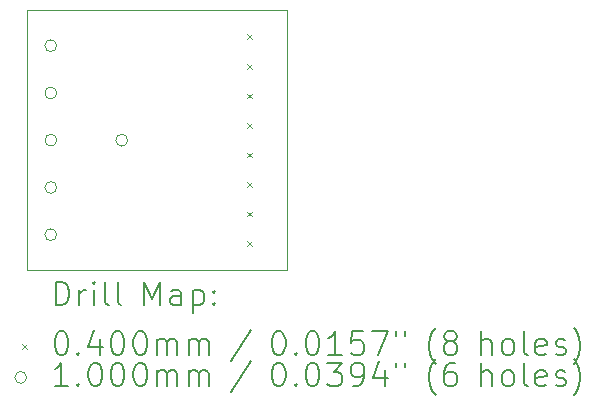
<source format=gbr>
%TF.GenerationSoftware,KiCad,Pcbnew,(7.0.0)*%
%TF.CreationDate,2023-03-10T18:26:55+01:00*%
%TF.ProjectId,CapacitorBox1206,43617061-6369-4746-9f72-426f78313230,rev?*%
%TF.SameCoordinates,Original*%
%TF.FileFunction,Drillmap*%
%TF.FilePolarity,Positive*%
%FSLAX45Y45*%
G04 Gerber Fmt 4.5, Leading zero omitted, Abs format (unit mm)*
G04 Created by KiCad (PCBNEW (7.0.0)) date 2023-03-10 18:26:55*
%MOMM*%
%LPD*%
G01*
G04 APERTURE LIST*
%ADD10C,0.100000*%
%ADD11C,0.200000*%
%ADD12C,0.040000*%
G04 APERTURE END LIST*
D10*
X10100000Y-10000000D02*
X12300000Y-10000000D01*
X12300000Y-10000000D02*
X12300000Y-12200000D01*
X12300000Y-12200000D02*
X10100000Y-12200000D01*
X10100000Y-10000000D02*
X10100000Y-12200000D01*
D11*
D12*
X11963750Y-10205000D02*
X12003750Y-10245000D01*
X12003750Y-10205000D02*
X11963750Y-10245000D01*
X11963750Y-10455000D02*
X12003750Y-10495000D01*
X12003750Y-10455000D02*
X11963750Y-10495000D01*
X11963750Y-10705000D02*
X12003750Y-10745000D01*
X12003750Y-10705000D02*
X11963750Y-10745000D01*
X11963750Y-10955000D02*
X12003750Y-10995000D01*
X12003750Y-10955000D02*
X11963750Y-10995000D01*
X11963750Y-11205000D02*
X12003750Y-11245000D01*
X12003750Y-11205000D02*
X11963750Y-11245000D01*
X11963750Y-11455000D02*
X12003750Y-11495000D01*
X12003750Y-11455000D02*
X11963750Y-11495000D01*
X11963750Y-11705000D02*
X12003750Y-11745000D01*
X12003750Y-11705000D02*
X11963750Y-11745000D01*
X11963750Y-11955000D02*
X12003750Y-11995000D01*
X12003750Y-11955000D02*
X11963750Y-11995000D01*
D10*
X10350000Y-10300000D02*
G75*
G03*
X10350000Y-10300000I-50000J0D01*
G01*
X10350000Y-10700000D02*
G75*
G03*
X10350000Y-10700000I-50000J0D01*
G01*
X10350000Y-11100000D02*
G75*
G03*
X10350000Y-11100000I-50000J0D01*
G01*
X10350000Y-11500000D02*
G75*
G03*
X10350000Y-11500000I-50000J0D01*
G01*
X10350000Y-11900000D02*
G75*
G03*
X10350000Y-11900000I-50000J0D01*
G01*
X10950000Y-11100000D02*
G75*
G03*
X10950000Y-11100000I-50000J0D01*
G01*
D11*
X10342619Y-12498476D02*
X10342619Y-12298476D01*
X10342619Y-12298476D02*
X10390238Y-12298476D01*
X10390238Y-12298476D02*
X10418810Y-12308000D01*
X10418810Y-12308000D02*
X10437857Y-12327048D01*
X10437857Y-12327048D02*
X10447381Y-12346095D01*
X10447381Y-12346095D02*
X10456905Y-12384190D01*
X10456905Y-12384190D02*
X10456905Y-12412762D01*
X10456905Y-12412762D02*
X10447381Y-12450857D01*
X10447381Y-12450857D02*
X10437857Y-12469905D01*
X10437857Y-12469905D02*
X10418810Y-12488952D01*
X10418810Y-12488952D02*
X10390238Y-12498476D01*
X10390238Y-12498476D02*
X10342619Y-12498476D01*
X10542619Y-12498476D02*
X10542619Y-12365143D01*
X10542619Y-12403238D02*
X10552143Y-12384190D01*
X10552143Y-12384190D02*
X10561667Y-12374667D01*
X10561667Y-12374667D02*
X10580714Y-12365143D01*
X10580714Y-12365143D02*
X10599762Y-12365143D01*
X10666429Y-12498476D02*
X10666429Y-12365143D01*
X10666429Y-12298476D02*
X10656905Y-12308000D01*
X10656905Y-12308000D02*
X10666429Y-12317524D01*
X10666429Y-12317524D02*
X10675952Y-12308000D01*
X10675952Y-12308000D02*
X10666429Y-12298476D01*
X10666429Y-12298476D02*
X10666429Y-12317524D01*
X10790238Y-12498476D02*
X10771190Y-12488952D01*
X10771190Y-12488952D02*
X10761667Y-12469905D01*
X10761667Y-12469905D02*
X10761667Y-12298476D01*
X10895000Y-12498476D02*
X10875952Y-12488952D01*
X10875952Y-12488952D02*
X10866429Y-12469905D01*
X10866429Y-12469905D02*
X10866429Y-12298476D01*
X11091190Y-12498476D02*
X11091190Y-12298476D01*
X11091190Y-12298476D02*
X11157857Y-12441333D01*
X11157857Y-12441333D02*
X11224524Y-12298476D01*
X11224524Y-12298476D02*
X11224524Y-12498476D01*
X11405476Y-12498476D02*
X11405476Y-12393714D01*
X11405476Y-12393714D02*
X11395952Y-12374667D01*
X11395952Y-12374667D02*
X11376905Y-12365143D01*
X11376905Y-12365143D02*
X11338809Y-12365143D01*
X11338809Y-12365143D02*
X11319762Y-12374667D01*
X11405476Y-12488952D02*
X11386428Y-12498476D01*
X11386428Y-12498476D02*
X11338809Y-12498476D01*
X11338809Y-12498476D02*
X11319762Y-12488952D01*
X11319762Y-12488952D02*
X11310238Y-12469905D01*
X11310238Y-12469905D02*
X11310238Y-12450857D01*
X11310238Y-12450857D02*
X11319762Y-12431809D01*
X11319762Y-12431809D02*
X11338809Y-12422286D01*
X11338809Y-12422286D02*
X11386428Y-12422286D01*
X11386428Y-12422286D02*
X11405476Y-12412762D01*
X11500714Y-12365143D02*
X11500714Y-12565143D01*
X11500714Y-12374667D02*
X11519762Y-12365143D01*
X11519762Y-12365143D02*
X11557857Y-12365143D01*
X11557857Y-12365143D02*
X11576905Y-12374667D01*
X11576905Y-12374667D02*
X11586428Y-12384190D01*
X11586428Y-12384190D02*
X11595952Y-12403238D01*
X11595952Y-12403238D02*
X11595952Y-12460381D01*
X11595952Y-12460381D02*
X11586428Y-12479428D01*
X11586428Y-12479428D02*
X11576905Y-12488952D01*
X11576905Y-12488952D02*
X11557857Y-12498476D01*
X11557857Y-12498476D02*
X11519762Y-12498476D01*
X11519762Y-12498476D02*
X11500714Y-12488952D01*
X11681667Y-12479428D02*
X11691190Y-12488952D01*
X11691190Y-12488952D02*
X11681667Y-12498476D01*
X11681667Y-12498476D02*
X11672143Y-12488952D01*
X11672143Y-12488952D02*
X11681667Y-12479428D01*
X11681667Y-12479428D02*
X11681667Y-12498476D01*
X11681667Y-12374667D02*
X11691190Y-12384190D01*
X11691190Y-12384190D02*
X11681667Y-12393714D01*
X11681667Y-12393714D02*
X11672143Y-12384190D01*
X11672143Y-12384190D02*
X11681667Y-12374667D01*
X11681667Y-12374667D02*
X11681667Y-12393714D01*
D12*
X10055000Y-12825000D02*
X10095000Y-12865000D01*
X10095000Y-12825000D02*
X10055000Y-12865000D01*
D11*
X10380714Y-12718476D02*
X10399762Y-12718476D01*
X10399762Y-12718476D02*
X10418810Y-12728000D01*
X10418810Y-12728000D02*
X10428333Y-12737524D01*
X10428333Y-12737524D02*
X10437857Y-12756571D01*
X10437857Y-12756571D02*
X10447381Y-12794667D01*
X10447381Y-12794667D02*
X10447381Y-12842286D01*
X10447381Y-12842286D02*
X10437857Y-12880381D01*
X10437857Y-12880381D02*
X10428333Y-12899428D01*
X10428333Y-12899428D02*
X10418810Y-12908952D01*
X10418810Y-12908952D02*
X10399762Y-12918476D01*
X10399762Y-12918476D02*
X10380714Y-12918476D01*
X10380714Y-12918476D02*
X10361667Y-12908952D01*
X10361667Y-12908952D02*
X10352143Y-12899428D01*
X10352143Y-12899428D02*
X10342619Y-12880381D01*
X10342619Y-12880381D02*
X10333095Y-12842286D01*
X10333095Y-12842286D02*
X10333095Y-12794667D01*
X10333095Y-12794667D02*
X10342619Y-12756571D01*
X10342619Y-12756571D02*
X10352143Y-12737524D01*
X10352143Y-12737524D02*
X10361667Y-12728000D01*
X10361667Y-12728000D02*
X10380714Y-12718476D01*
X10533095Y-12899428D02*
X10542619Y-12908952D01*
X10542619Y-12908952D02*
X10533095Y-12918476D01*
X10533095Y-12918476D02*
X10523571Y-12908952D01*
X10523571Y-12908952D02*
X10533095Y-12899428D01*
X10533095Y-12899428D02*
X10533095Y-12918476D01*
X10714048Y-12785143D02*
X10714048Y-12918476D01*
X10666429Y-12708952D02*
X10618810Y-12851809D01*
X10618810Y-12851809D02*
X10742619Y-12851809D01*
X10856905Y-12718476D02*
X10875952Y-12718476D01*
X10875952Y-12718476D02*
X10895000Y-12728000D01*
X10895000Y-12728000D02*
X10904524Y-12737524D01*
X10904524Y-12737524D02*
X10914048Y-12756571D01*
X10914048Y-12756571D02*
X10923571Y-12794667D01*
X10923571Y-12794667D02*
X10923571Y-12842286D01*
X10923571Y-12842286D02*
X10914048Y-12880381D01*
X10914048Y-12880381D02*
X10904524Y-12899428D01*
X10904524Y-12899428D02*
X10895000Y-12908952D01*
X10895000Y-12908952D02*
X10875952Y-12918476D01*
X10875952Y-12918476D02*
X10856905Y-12918476D01*
X10856905Y-12918476D02*
X10837857Y-12908952D01*
X10837857Y-12908952D02*
X10828333Y-12899428D01*
X10828333Y-12899428D02*
X10818810Y-12880381D01*
X10818810Y-12880381D02*
X10809286Y-12842286D01*
X10809286Y-12842286D02*
X10809286Y-12794667D01*
X10809286Y-12794667D02*
X10818810Y-12756571D01*
X10818810Y-12756571D02*
X10828333Y-12737524D01*
X10828333Y-12737524D02*
X10837857Y-12728000D01*
X10837857Y-12728000D02*
X10856905Y-12718476D01*
X11047381Y-12718476D02*
X11066429Y-12718476D01*
X11066429Y-12718476D02*
X11085476Y-12728000D01*
X11085476Y-12728000D02*
X11095000Y-12737524D01*
X11095000Y-12737524D02*
X11104524Y-12756571D01*
X11104524Y-12756571D02*
X11114048Y-12794667D01*
X11114048Y-12794667D02*
X11114048Y-12842286D01*
X11114048Y-12842286D02*
X11104524Y-12880381D01*
X11104524Y-12880381D02*
X11095000Y-12899428D01*
X11095000Y-12899428D02*
X11085476Y-12908952D01*
X11085476Y-12908952D02*
X11066429Y-12918476D01*
X11066429Y-12918476D02*
X11047381Y-12918476D01*
X11047381Y-12918476D02*
X11028333Y-12908952D01*
X11028333Y-12908952D02*
X11018810Y-12899428D01*
X11018810Y-12899428D02*
X11009286Y-12880381D01*
X11009286Y-12880381D02*
X10999762Y-12842286D01*
X10999762Y-12842286D02*
X10999762Y-12794667D01*
X10999762Y-12794667D02*
X11009286Y-12756571D01*
X11009286Y-12756571D02*
X11018810Y-12737524D01*
X11018810Y-12737524D02*
X11028333Y-12728000D01*
X11028333Y-12728000D02*
X11047381Y-12718476D01*
X11199762Y-12918476D02*
X11199762Y-12785143D01*
X11199762Y-12804190D02*
X11209286Y-12794667D01*
X11209286Y-12794667D02*
X11228333Y-12785143D01*
X11228333Y-12785143D02*
X11256905Y-12785143D01*
X11256905Y-12785143D02*
X11275952Y-12794667D01*
X11275952Y-12794667D02*
X11285476Y-12813714D01*
X11285476Y-12813714D02*
X11285476Y-12918476D01*
X11285476Y-12813714D02*
X11295000Y-12794667D01*
X11295000Y-12794667D02*
X11314048Y-12785143D01*
X11314048Y-12785143D02*
X11342619Y-12785143D01*
X11342619Y-12785143D02*
X11361667Y-12794667D01*
X11361667Y-12794667D02*
X11371190Y-12813714D01*
X11371190Y-12813714D02*
X11371190Y-12918476D01*
X11466429Y-12918476D02*
X11466429Y-12785143D01*
X11466429Y-12804190D02*
X11475952Y-12794667D01*
X11475952Y-12794667D02*
X11495000Y-12785143D01*
X11495000Y-12785143D02*
X11523571Y-12785143D01*
X11523571Y-12785143D02*
X11542619Y-12794667D01*
X11542619Y-12794667D02*
X11552143Y-12813714D01*
X11552143Y-12813714D02*
X11552143Y-12918476D01*
X11552143Y-12813714D02*
X11561667Y-12794667D01*
X11561667Y-12794667D02*
X11580714Y-12785143D01*
X11580714Y-12785143D02*
X11609286Y-12785143D01*
X11609286Y-12785143D02*
X11628333Y-12794667D01*
X11628333Y-12794667D02*
X11637857Y-12813714D01*
X11637857Y-12813714D02*
X11637857Y-12918476D01*
X11995952Y-12708952D02*
X11824524Y-12966095D01*
X12220714Y-12718476D02*
X12239762Y-12718476D01*
X12239762Y-12718476D02*
X12258810Y-12728000D01*
X12258810Y-12728000D02*
X12268333Y-12737524D01*
X12268333Y-12737524D02*
X12277857Y-12756571D01*
X12277857Y-12756571D02*
X12287381Y-12794667D01*
X12287381Y-12794667D02*
X12287381Y-12842286D01*
X12287381Y-12842286D02*
X12277857Y-12880381D01*
X12277857Y-12880381D02*
X12268333Y-12899428D01*
X12268333Y-12899428D02*
X12258810Y-12908952D01*
X12258810Y-12908952D02*
X12239762Y-12918476D01*
X12239762Y-12918476D02*
X12220714Y-12918476D01*
X12220714Y-12918476D02*
X12201667Y-12908952D01*
X12201667Y-12908952D02*
X12192143Y-12899428D01*
X12192143Y-12899428D02*
X12182619Y-12880381D01*
X12182619Y-12880381D02*
X12173095Y-12842286D01*
X12173095Y-12842286D02*
X12173095Y-12794667D01*
X12173095Y-12794667D02*
X12182619Y-12756571D01*
X12182619Y-12756571D02*
X12192143Y-12737524D01*
X12192143Y-12737524D02*
X12201667Y-12728000D01*
X12201667Y-12728000D02*
X12220714Y-12718476D01*
X12373095Y-12899428D02*
X12382619Y-12908952D01*
X12382619Y-12908952D02*
X12373095Y-12918476D01*
X12373095Y-12918476D02*
X12363571Y-12908952D01*
X12363571Y-12908952D02*
X12373095Y-12899428D01*
X12373095Y-12899428D02*
X12373095Y-12918476D01*
X12506429Y-12718476D02*
X12525476Y-12718476D01*
X12525476Y-12718476D02*
X12544524Y-12728000D01*
X12544524Y-12728000D02*
X12554048Y-12737524D01*
X12554048Y-12737524D02*
X12563571Y-12756571D01*
X12563571Y-12756571D02*
X12573095Y-12794667D01*
X12573095Y-12794667D02*
X12573095Y-12842286D01*
X12573095Y-12842286D02*
X12563571Y-12880381D01*
X12563571Y-12880381D02*
X12554048Y-12899428D01*
X12554048Y-12899428D02*
X12544524Y-12908952D01*
X12544524Y-12908952D02*
X12525476Y-12918476D01*
X12525476Y-12918476D02*
X12506429Y-12918476D01*
X12506429Y-12918476D02*
X12487381Y-12908952D01*
X12487381Y-12908952D02*
X12477857Y-12899428D01*
X12477857Y-12899428D02*
X12468333Y-12880381D01*
X12468333Y-12880381D02*
X12458810Y-12842286D01*
X12458810Y-12842286D02*
X12458810Y-12794667D01*
X12458810Y-12794667D02*
X12468333Y-12756571D01*
X12468333Y-12756571D02*
X12477857Y-12737524D01*
X12477857Y-12737524D02*
X12487381Y-12728000D01*
X12487381Y-12728000D02*
X12506429Y-12718476D01*
X12763571Y-12918476D02*
X12649286Y-12918476D01*
X12706429Y-12918476D02*
X12706429Y-12718476D01*
X12706429Y-12718476D02*
X12687381Y-12747048D01*
X12687381Y-12747048D02*
X12668333Y-12766095D01*
X12668333Y-12766095D02*
X12649286Y-12775619D01*
X12944524Y-12718476D02*
X12849286Y-12718476D01*
X12849286Y-12718476D02*
X12839762Y-12813714D01*
X12839762Y-12813714D02*
X12849286Y-12804190D01*
X12849286Y-12804190D02*
X12868333Y-12794667D01*
X12868333Y-12794667D02*
X12915952Y-12794667D01*
X12915952Y-12794667D02*
X12935000Y-12804190D01*
X12935000Y-12804190D02*
X12944524Y-12813714D01*
X12944524Y-12813714D02*
X12954048Y-12832762D01*
X12954048Y-12832762D02*
X12954048Y-12880381D01*
X12954048Y-12880381D02*
X12944524Y-12899428D01*
X12944524Y-12899428D02*
X12935000Y-12908952D01*
X12935000Y-12908952D02*
X12915952Y-12918476D01*
X12915952Y-12918476D02*
X12868333Y-12918476D01*
X12868333Y-12918476D02*
X12849286Y-12908952D01*
X12849286Y-12908952D02*
X12839762Y-12899428D01*
X13020714Y-12718476D02*
X13154048Y-12718476D01*
X13154048Y-12718476D02*
X13068333Y-12918476D01*
X13220714Y-12718476D02*
X13220714Y-12756571D01*
X13296905Y-12718476D02*
X13296905Y-12756571D01*
X13559762Y-12994667D02*
X13550238Y-12985143D01*
X13550238Y-12985143D02*
X13531191Y-12956571D01*
X13531191Y-12956571D02*
X13521667Y-12937524D01*
X13521667Y-12937524D02*
X13512143Y-12908952D01*
X13512143Y-12908952D02*
X13502619Y-12861333D01*
X13502619Y-12861333D02*
X13502619Y-12823238D01*
X13502619Y-12823238D02*
X13512143Y-12775619D01*
X13512143Y-12775619D02*
X13521667Y-12747048D01*
X13521667Y-12747048D02*
X13531191Y-12728000D01*
X13531191Y-12728000D02*
X13550238Y-12699428D01*
X13550238Y-12699428D02*
X13559762Y-12689905D01*
X13664524Y-12804190D02*
X13645476Y-12794667D01*
X13645476Y-12794667D02*
X13635952Y-12785143D01*
X13635952Y-12785143D02*
X13626429Y-12766095D01*
X13626429Y-12766095D02*
X13626429Y-12756571D01*
X13626429Y-12756571D02*
X13635952Y-12737524D01*
X13635952Y-12737524D02*
X13645476Y-12728000D01*
X13645476Y-12728000D02*
X13664524Y-12718476D01*
X13664524Y-12718476D02*
X13702619Y-12718476D01*
X13702619Y-12718476D02*
X13721667Y-12728000D01*
X13721667Y-12728000D02*
X13731191Y-12737524D01*
X13731191Y-12737524D02*
X13740714Y-12756571D01*
X13740714Y-12756571D02*
X13740714Y-12766095D01*
X13740714Y-12766095D02*
X13731191Y-12785143D01*
X13731191Y-12785143D02*
X13721667Y-12794667D01*
X13721667Y-12794667D02*
X13702619Y-12804190D01*
X13702619Y-12804190D02*
X13664524Y-12804190D01*
X13664524Y-12804190D02*
X13645476Y-12813714D01*
X13645476Y-12813714D02*
X13635952Y-12823238D01*
X13635952Y-12823238D02*
X13626429Y-12842286D01*
X13626429Y-12842286D02*
X13626429Y-12880381D01*
X13626429Y-12880381D02*
X13635952Y-12899428D01*
X13635952Y-12899428D02*
X13645476Y-12908952D01*
X13645476Y-12908952D02*
X13664524Y-12918476D01*
X13664524Y-12918476D02*
X13702619Y-12918476D01*
X13702619Y-12918476D02*
X13721667Y-12908952D01*
X13721667Y-12908952D02*
X13731191Y-12899428D01*
X13731191Y-12899428D02*
X13740714Y-12880381D01*
X13740714Y-12880381D02*
X13740714Y-12842286D01*
X13740714Y-12842286D02*
X13731191Y-12823238D01*
X13731191Y-12823238D02*
X13721667Y-12813714D01*
X13721667Y-12813714D02*
X13702619Y-12804190D01*
X13946429Y-12918476D02*
X13946429Y-12718476D01*
X14032143Y-12918476D02*
X14032143Y-12813714D01*
X14032143Y-12813714D02*
X14022619Y-12794667D01*
X14022619Y-12794667D02*
X14003572Y-12785143D01*
X14003572Y-12785143D02*
X13975000Y-12785143D01*
X13975000Y-12785143D02*
X13955952Y-12794667D01*
X13955952Y-12794667D02*
X13946429Y-12804190D01*
X14155952Y-12918476D02*
X14136905Y-12908952D01*
X14136905Y-12908952D02*
X14127381Y-12899428D01*
X14127381Y-12899428D02*
X14117857Y-12880381D01*
X14117857Y-12880381D02*
X14117857Y-12823238D01*
X14117857Y-12823238D02*
X14127381Y-12804190D01*
X14127381Y-12804190D02*
X14136905Y-12794667D01*
X14136905Y-12794667D02*
X14155952Y-12785143D01*
X14155952Y-12785143D02*
X14184524Y-12785143D01*
X14184524Y-12785143D02*
X14203572Y-12794667D01*
X14203572Y-12794667D02*
X14213095Y-12804190D01*
X14213095Y-12804190D02*
X14222619Y-12823238D01*
X14222619Y-12823238D02*
X14222619Y-12880381D01*
X14222619Y-12880381D02*
X14213095Y-12899428D01*
X14213095Y-12899428D02*
X14203572Y-12908952D01*
X14203572Y-12908952D02*
X14184524Y-12918476D01*
X14184524Y-12918476D02*
X14155952Y-12918476D01*
X14336905Y-12918476D02*
X14317857Y-12908952D01*
X14317857Y-12908952D02*
X14308333Y-12889905D01*
X14308333Y-12889905D02*
X14308333Y-12718476D01*
X14489286Y-12908952D02*
X14470238Y-12918476D01*
X14470238Y-12918476D02*
X14432143Y-12918476D01*
X14432143Y-12918476D02*
X14413095Y-12908952D01*
X14413095Y-12908952D02*
X14403572Y-12889905D01*
X14403572Y-12889905D02*
X14403572Y-12813714D01*
X14403572Y-12813714D02*
X14413095Y-12794667D01*
X14413095Y-12794667D02*
X14432143Y-12785143D01*
X14432143Y-12785143D02*
X14470238Y-12785143D01*
X14470238Y-12785143D02*
X14489286Y-12794667D01*
X14489286Y-12794667D02*
X14498810Y-12813714D01*
X14498810Y-12813714D02*
X14498810Y-12832762D01*
X14498810Y-12832762D02*
X14403572Y-12851809D01*
X14575000Y-12908952D02*
X14594048Y-12918476D01*
X14594048Y-12918476D02*
X14632143Y-12918476D01*
X14632143Y-12918476D02*
X14651191Y-12908952D01*
X14651191Y-12908952D02*
X14660714Y-12889905D01*
X14660714Y-12889905D02*
X14660714Y-12880381D01*
X14660714Y-12880381D02*
X14651191Y-12861333D01*
X14651191Y-12861333D02*
X14632143Y-12851809D01*
X14632143Y-12851809D02*
X14603572Y-12851809D01*
X14603572Y-12851809D02*
X14584524Y-12842286D01*
X14584524Y-12842286D02*
X14575000Y-12823238D01*
X14575000Y-12823238D02*
X14575000Y-12813714D01*
X14575000Y-12813714D02*
X14584524Y-12794667D01*
X14584524Y-12794667D02*
X14603572Y-12785143D01*
X14603572Y-12785143D02*
X14632143Y-12785143D01*
X14632143Y-12785143D02*
X14651191Y-12794667D01*
X14727381Y-12994667D02*
X14736905Y-12985143D01*
X14736905Y-12985143D02*
X14755953Y-12956571D01*
X14755953Y-12956571D02*
X14765476Y-12937524D01*
X14765476Y-12937524D02*
X14775000Y-12908952D01*
X14775000Y-12908952D02*
X14784524Y-12861333D01*
X14784524Y-12861333D02*
X14784524Y-12823238D01*
X14784524Y-12823238D02*
X14775000Y-12775619D01*
X14775000Y-12775619D02*
X14765476Y-12747048D01*
X14765476Y-12747048D02*
X14755953Y-12728000D01*
X14755953Y-12728000D02*
X14736905Y-12699428D01*
X14736905Y-12699428D02*
X14727381Y-12689905D01*
D10*
X10095000Y-13109000D02*
G75*
G03*
X10095000Y-13109000I-50000J0D01*
G01*
D11*
X10447381Y-13182476D02*
X10333095Y-13182476D01*
X10390238Y-13182476D02*
X10390238Y-12982476D01*
X10390238Y-12982476D02*
X10371190Y-13011048D01*
X10371190Y-13011048D02*
X10352143Y-13030095D01*
X10352143Y-13030095D02*
X10333095Y-13039619D01*
X10533095Y-13163428D02*
X10542619Y-13172952D01*
X10542619Y-13172952D02*
X10533095Y-13182476D01*
X10533095Y-13182476D02*
X10523571Y-13172952D01*
X10523571Y-13172952D02*
X10533095Y-13163428D01*
X10533095Y-13163428D02*
X10533095Y-13182476D01*
X10666429Y-12982476D02*
X10685476Y-12982476D01*
X10685476Y-12982476D02*
X10704524Y-12992000D01*
X10704524Y-12992000D02*
X10714048Y-13001524D01*
X10714048Y-13001524D02*
X10723571Y-13020571D01*
X10723571Y-13020571D02*
X10733095Y-13058667D01*
X10733095Y-13058667D02*
X10733095Y-13106286D01*
X10733095Y-13106286D02*
X10723571Y-13144381D01*
X10723571Y-13144381D02*
X10714048Y-13163428D01*
X10714048Y-13163428D02*
X10704524Y-13172952D01*
X10704524Y-13172952D02*
X10685476Y-13182476D01*
X10685476Y-13182476D02*
X10666429Y-13182476D01*
X10666429Y-13182476D02*
X10647381Y-13172952D01*
X10647381Y-13172952D02*
X10637857Y-13163428D01*
X10637857Y-13163428D02*
X10628333Y-13144381D01*
X10628333Y-13144381D02*
X10618810Y-13106286D01*
X10618810Y-13106286D02*
X10618810Y-13058667D01*
X10618810Y-13058667D02*
X10628333Y-13020571D01*
X10628333Y-13020571D02*
X10637857Y-13001524D01*
X10637857Y-13001524D02*
X10647381Y-12992000D01*
X10647381Y-12992000D02*
X10666429Y-12982476D01*
X10856905Y-12982476D02*
X10875952Y-12982476D01*
X10875952Y-12982476D02*
X10895000Y-12992000D01*
X10895000Y-12992000D02*
X10904524Y-13001524D01*
X10904524Y-13001524D02*
X10914048Y-13020571D01*
X10914048Y-13020571D02*
X10923571Y-13058667D01*
X10923571Y-13058667D02*
X10923571Y-13106286D01*
X10923571Y-13106286D02*
X10914048Y-13144381D01*
X10914048Y-13144381D02*
X10904524Y-13163428D01*
X10904524Y-13163428D02*
X10895000Y-13172952D01*
X10895000Y-13172952D02*
X10875952Y-13182476D01*
X10875952Y-13182476D02*
X10856905Y-13182476D01*
X10856905Y-13182476D02*
X10837857Y-13172952D01*
X10837857Y-13172952D02*
X10828333Y-13163428D01*
X10828333Y-13163428D02*
X10818810Y-13144381D01*
X10818810Y-13144381D02*
X10809286Y-13106286D01*
X10809286Y-13106286D02*
X10809286Y-13058667D01*
X10809286Y-13058667D02*
X10818810Y-13020571D01*
X10818810Y-13020571D02*
X10828333Y-13001524D01*
X10828333Y-13001524D02*
X10837857Y-12992000D01*
X10837857Y-12992000D02*
X10856905Y-12982476D01*
X11047381Y-12982476D02*
X11066429Y-12982476D01*
X11066429Y-12982476D02*
X11085476Y-12992000D01*
X11085476Y-12992000D02*
X11095000Y-13001524D01*
X11095000Y-13001524D02*
X11104524Y-13020571D01*
X11104524Y-13020571D02*
X11114048Y-13058667D01*
X11114048Y-13058667D02*
X11114048Y-13106286D01*
X11114048Y-13106286D02*
X11104524Y-13144381D01*
X11104524Y-13144381D02*
X11095000Y-13163428D01*
X11095000Y-13163428D02*
X11085476Y-13172952D01*
X11085476Y-13172952D02*
X11066429Y-13182476D01*
X11066429Y-13182476D02*
X11047381Y-13182476D01*
X11047381Y-13182476D02*
X11028333Y-13172952D01*
X11028333Y-13172952D02*
X11018810Y-13163428D01*
X11018810Y-13163428D02*
X11009286Y-13144381D01*
X11009286Y-13144381D02*
X10999762Y-13106286D01*
X10999762Y-13106286D02*
X10999762Y-13058667D01*
X10999762Y-13058667D02*
X11009286Y-13020571D01*
X11009286Y-13020571D02*
X11018810Y-13001524D01*
X11018810Y-13001524D02*
X11028333Y-12992000D01*
X11028333Y-12992000D02*
X11047381Y-12982476D01*
X11199762Y-13182476D02*
X11199762Y-13049143D01*
X11199762Y-13068190D02*
X11209286Y-13058667D01*
X11209286Y-13058667D02*
X11228333Y-13049143D01*
X11228333Y-13049143D02*
X11256905Y-13049143D01*
X11256905Y-13049143D02*
X11275952Y-13058667D01*
X11275952Y-13058667D02*
X11285476Y-13077714D01*
X11285476Y-13077714D02*
X11285476Y-13182476D01*
X11285476Y-13077714D02*
X11295000Y-13058667D01*
X11295000Y-13058667D02*
X11314048Y-13049143D01*
X11314048Y-13049143D02*
X11342619Y-13049143D01*
X11342619Y-13049143D02*
X11361667Y-13058667D01*
X11361667Y-13058667D02*
X11371190Y-13077714D01*
X11371190Y-13077714D02*
X11371190Y-13182476D01*
X11466429Y-13182476D02*
X11466429Y-13049143D01*
X11466429Y-13068190D02*
X11475952Y-13058667D01*
X11475952Y-13058667D02*
X11495000Y-13049143D01*
X11495000Y-13049143D02*
X11523571Y-13049143D01*
X11523571Y-13049143D02*
X11542619Y-13058667D01*
X11542619Y-13058667D02*
X11552143Y-13077714D01*
X11552143Y-13077714D02*
X11552143Y-13182476D01*
X11552143Y-13077714D02*
X11561667Y-13058667D01*
X11561667Y-13058667D02*
X11580714Y-13049143D01*
X11580714Y-13049143D02*
X11609286Y-13049143D01*
X11609286Y-13049143D02*
X11628333Y-13058667D01*
X11628333Y-13058667D02*
X11637857Y-13077714D01*
X11637857Y-13077714D02*
X11637857Y-13182476D01*
X11995952Y-12972952D02*
X11824524Y-13230095D01*
X12220714Y-12982476D02*
X12239762Y-12982476D01*
X12239762Y-12982476D02*
X12258810Y-12992000D01*
X12258810Y-12992000D02*
X12268333Y-13001524D01*
X12268333Y-13001524D02*
X12277857Y-13020571D01*
X12277857Y-13020571D02*
X12287381Y-13058667D01*
X12287381Y-13058667D02*
X12287381Y-13106286D01*
X12287381Y-13106286D02*
X12277857Y-13144381D01*
X12277857Y-13144381D02*
X12268333Y-13163428D01*
X12268333Y-13163428D02*
X12258810Y-13172952D01*
X12258810Y-13172952D02*
X12239762Y-13182476D01*
X12239762Y-13182476D02*
X12220714Y-13182476D01*
X12220714Y-13182476D02*
X12201667Y-13172952D01*
X12201667Y-13172952D02*
X12192143Y-13163428D01*
X12192143Y-13163428D02*
X12182619Y-13144381D01*
X12182619Y-13144381D02*
X12173095Y-13106286D01*
X12173095Y-13106286D02*
X12173095Y-13058667D01*
X12173095Y-13058667D02*
X12182619Y-13020571D01*
X12182619Y-13020571D02*
X12192143Y-13001524D01*
X12192143Y-13001524D02*
X12201667Y-12992000D01*
X12201667Y-12992000D02*
X12220714Y-12982476D01*
X12373095Y-13163428D02*
X12382619Y-13172952D01*
X12382619Y-13172952D02*
X12373095Y-13182476D01*
X12373095Y-13182476D02*
X12363571Y-13172952D01*
X12363571Y-13172952D02*
X12373095Y-13163428D01*
X12373095Y-13163428D02*
X12373095Y-13182476D01*
X12506429Y-12982476D02*
X12525476Y-12982476D01*
X12525476Y-12982476D02*
X12544524Y-12992000D01*
X12544524Y-12992000D02*
X12554048Y-13001524D01*
X12554048Y-13001524D02*
X12563571Y-13020571D01*
X12563571Y-13020571D02*
X12573095Y-13058667D01*
X12573095Y-13058667D02*
X12573095Y-13106286D01*
X12573095Y-13106286D02*
X12563571Y-13144381D01*
X12563571Y-13144381D02*
X12554048Y-13163428D01*
X12554048Y-13163428D02*
X12544524Y-13172952D01*
X12544524Y-13172952D02*
X12525476Y-13182476D01*
X12525476Y-13182476D02*
X12506429Y-13182476D01*
X12506429Y-13182476D02*
X12487381Y-13172952D01*
X12487381Y-13172952D02*
X12477857Y-13163428D01*
X12477857Y-13163428D02*
X12468333Y-13144381D01*
X12468333Y-13144381D02*
X12458810Y-13106286D01*
X12458810Y-13106286D02*
X12458810Y-13058667D01*
X12458810Y-13058667D02*
X12468333Y-13020571D01*
X12468333Y-13020571D02*
X12477857Y-13001524D01*
X12477857Y-13001524D02*
X12487381Y-12992000D01*
X12487381Y-12992000D02*
X12506429Y-12982476D01*
X12639762Y-12982476D02*
X12763571Y-12982476D01*
X12763571Y-12982476D02*
X12696905Y-13058667D01*
X12696905Y-13058667D02*
X12725476Y-13058667D01*
X12725476Y-13058667D02*
X12744524Y-13068190D01*
X12744524Y-13068190D02*
X12754048Y-13077714D01*
X12754048Y-13077714D02*
X12763571Y-13096762D01*
X12763571Y-13096762D02*
X12763571Y-13144381D01*
X12763571Y-13144381D02*
X12754048Y-13163428D01*
X12754048Y-13163428D02*
X12744524Y-13172952D01*
X12744524Y-13172952D02*
X12725476Y-13182476D01*
X12725476Y-13182476D02*
X12668333Y-13182476D01*
X12668333Y-13182476D02*
X12649286Y-13172952D01*
X12649286Y-13172952D02*
X12639762Y-13163428D01*
X12858810Y-13182476D02*
X12896905Y-13182476D01*
X12896905Y-13182476D02*
X12915952Y-13172952D01*
X12915952Y-13172952D02*
X12925476Y-13163428D01*
X12925476Y-13163428D02*
X12944524Y-13134857D01*
X12944524Y-13134857D02*
X12954048Y-13096762D01*
X12954048Y-13096762D02*
X12954048Y-13020571D01*
X12954048Y-13020571D02*
X12944524Y-13001524D01*
X12944524Y-13001524D02*
X12935000Y-12992000D01*
X12935000Y-12992000D02*
X12915952Y-12982476D01*
X12915952Y-12982476D02*
X12877857Y-12982476D01*
X12877857Y-12982476D02*
X12858810Y-12992000D01*
X12858810Y-12992000D02*
X12849286Y-13001524D01*
X12849286Y-13001524D02*
X12839762Y-13020571D01*
X12839762Y-13020571D02*
X12839762Y-13068190D01*
X12839762Y-13068190D02*
X12849286Y-13087238D01*
X12849286Y-13087238D02*
X12858810Y-13096762D01*
X12858810Y-13096762D02*
X12877857Y-13106286D01*
X12877857Y-13106286D02*
X12915952Y-13106286D01*
X12915952Y-13106286D02*
X12935000Y-13096762D01*
X12935000Y-13096762D02*
X12944524Y-13087238D01*
X12944524Y-13087238D02*
X12954048Y-13068190D01*
X13125476Y-13049143D02*
X13125476Y-13182476D01*
X13077857Y-12972952D02*
X13030238Y-13115809D01*
X13030238Y-13115809D02*
X13154048Y-13115809D01*
X13220714Y-12982476D02*
X13220714Y-13020571D01*
X13296905Y-12982476D02*
X13296905Y-13020571D01*
X13559762Y-13258667D02*
X13550238Y-13249143D01*
X13550238Y-13249143D02*
X13531191Y-13220571D01*
X13531191Y-13220571D02*
X13521667Y-13201524D01*
X13521667Y-13201524D02*
X13512143Y-13172952D01*
X13512143Y-13172952D02*
X13502619Y-13125333D01*
X13502619Y-13125333D02*
X13502619Y-13087238D01*
X13502619Y-13087238D02*
X13512143Y-13039619D01*
X13512143Y-13039619D02*
X13521667Y-13011048D01*
X13521667Y-13011048D02*
X13531191Y-12992000D01*
X13531191Y-12992000D02*
X13550238Y-12963428D01*
X13550238Y-12963428D02*
X13559762Y-12953905D01*
X13721667Y-12982476D02*
X13683571Y-12982476D01*
X13683571Y-12982476D02*
X13664524Y-12992000D01*
X13664524Y-12992000D02*
X13655000Y-13001524D01*
X13655000Y-13001524D02*
X13635952Y-13030095D01*
X13635952Y-13030095D02*
X13626429Y-13068190D01*
X13626429Y-13068190D02*
X13626429Y-13144381D01*
X13626429Y-13144381D02*
X13635952Y-13163428D01*
X13635952Y-13163428D02*
X13645476Y-13172952D01*
X13645476Y-13172952D02*
X13664524Y-13182476D01*
X13664524Y-13182476D02*
X13702619Y-13182476D01*
X13702619Y-13182476D02*
X13721667Y-13172952D01*
X13721667Y-13172952D02*
X13731191Y-13163428D01*
X13731191Y-13163428D02*
X13740714Y-13144381D01*
X13740714Y-13144381D02*
X13740714Y-13096762D01*
X13740714Y-13096762D02*
X13731191Y-13077714D01*
X13731191Y-13077714D02*
X13721667Y-13068190D01*
X13721667Y-13068190D02*
X13702619Y-13058667D01*
X13702619Y-13058667D02*
X13664524Y-13058667D01*
X13664524Y-13058667D02*
X13645476Y-13068190D01*
X13645476Y-13068190D02*
X13635952Y-13077714D01*
X13635952Y-13077714D02*
X13626429Y-13096762D01*
X13946429Y-13182476D02*
X13946429Y-12982476D01*
X14032143Y-13182476D02*
X14032143Y-13077714D01*
X14032143Y-13077714D02*
X14022619Y-13058667D01*
X14022619Y-13058667D02*
X14003572Y-13049143D01*
X14003572Y-13049143D02*
X13975000Y-13049143D01*
X13975000Y-13049143D02*
X13955952Y-13058667D01*
X13955952Y-13058667D02*
X13946429Y-13068190D01*
X14155952Y-13182476D02*
X14136905Y-13172952D01*
X14136905Y-13172952D02*
X14127381Y-13163428D01*
X14127381Y-13163428D02*
X14117857Y-13144381D01*
X14117857Y-13144381D02*
X14117857Y-13087238D01*
X14117857Y-13087238D02*
X14127381Y-13068190D01*
X14127381Y-13068190D02*
X14136905Y-13058667D01*
X14136905Y-13058667D02*
X14155952Y-13049143D01*
X14155952Y-13049143D02*
X14184524Y-13049143D01*
X14184524Y-13049143D02*
X14203572Y-13058667D01*
X14203572Y-13058667D02*
X14213095Y-13068190D01*
X14213095Y-13068190D02*
X14222619Y-13087238D01*
X14222619Y-13087238D02*
X14222619Y-13144381D01*
X14222619Y-13144381D02*
X14213095Y-13163428D01*
X14213095Y-13163428D02*
X14203572Y-13172952D01*
X14203572Y-13172952D02*
X14184524Y-13182476D01*
X14184524Y-13182476D02*
X14155952Y-13182476D01*
X14336905Y-13182476D02*
X14317857Y-13172952D01*
X14317857Y-13172952D02*
X14308333Y-13153905D01*
X14308333Y-13153905D02*
X14308333Y-12982476D01*
X14489286Y-13172952D02*
X14470238Y-13182476D01*
X14470238Y-13182476D02*
X14432143Y-13182476D01*
X14432143Y-13182476D02*
X14413095Y-13172952D01*
X14413095Y-13172952D02*
X14403572Y-13153905D01*
X14403572Y-13153905D02*
X14403572Y-13077714D01*
X14403572Y-13077714D02*
X14413095Y-13058667D01*
X14413095Y-13058667D02*
X14432143Y-13049143D01*
X14432143Y-13049143D02*
X14470238Y-13049143D01*
X14470238Y-13049143D02*
X14489286Y-13058667D01*
X14489286Y-13058667D02*
X14498810Y-13077714D01*
X14498810Y-13077714D02*
X14498810Y-13096762D01*
X14498810Y-13096762D02*
X14403572Y-13115809D01*
X14575000Y-13172952D02*
X14594048Y-13182476D01*
X14594048Y-13182476D02*
X14632143Y-13182476D01*
X14632143Y-13182476D02*
X14651191Y-13172952D01*
X14651191Y-13172952D02*
X14660714Y-13153905D01*
X14660714Y-13153905D02*
X14660714Y-13144381D01*
X14660714Y-13144381D02*
X14651191Y-13125333D01*
X14651191Y-13125333D02*
X14632143Y-13115809D01*
X14632143Y-13115809D02*
X14603572Y-13115809D01*
X14603572Y-13115809D02*
X14584524Y-13106286D01*
X14584524Y-13106286D02*
X14575000Y-13087238D01*
X14575000Y-13087238D02*
X14575000Y-13077714D01*
X14575000Y-13077714D02*
X14584524Y-13058667D01*
X14584524Y-13058667D02*
X14603572Y-13049143D01*
X14603572Y-13049143D02*
X14632143Y-13049143D01*
X14632143Y-13049143D02*
X14651191Y-13058667D01*
X14727381Y-13258667D02*
X14736905Y-13249143D01*
X14736905Y-13249143D02*
X14755953Y-13220571D01*
X14755953Y-13220571D02*
X14765476Y-13201524D01*
X14765476Y-13201524D02*
X14775000Y-13172952D01*
X14775000Y-13172952D02*
X14784524Y-13125333D01*
X14784524Y-13125333D02*
X14784524Y-13087238D01*
X14784524Y-13087238D02*
X14775000Y-13039619D01*
X14775000Y-13039619D02*
X14765476Y-13011048D01*
X14765476Y-13011048D02*
X14755953Y-12992000D01*
X14755953Y-12992000D02*
X14736905Y-12963428D01*
X14736905Y-12963428D02*
X14727381Y-12953905D01*
M02*

</source>
